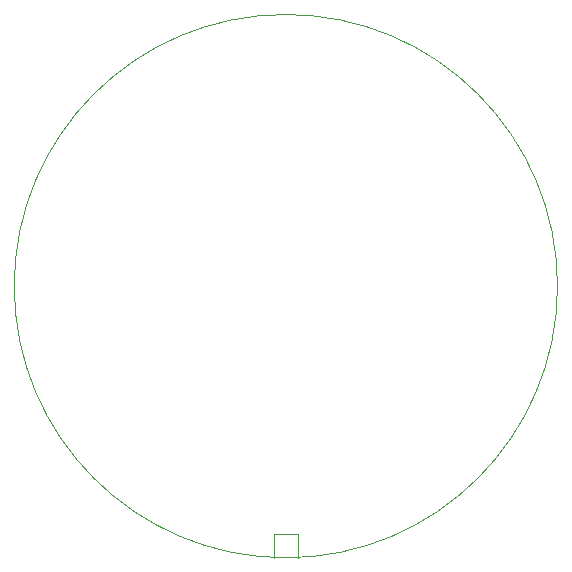
<source format=gbr>
%TF.GenerationSoftware,KiCad,Pcbnew,8.0.5*%
%TF.CreationDate,2025-04-26T14:04:24+02:00*%
%TF.ProjectId,vlvts_top,766c7674-735f-4746-9f70-2e6b69636164,rev?*%
%TF.SameCoordinates,Original*%
%TF.FileFunction,Profile,NP*%
%FSLAX46Y46*%
G04 Gerber Fmt 4.6, Leading zero omitted, Abs format (unit mm)*
G04 Created by KiCad (PCBNEW 8.0.5) date 2025-04-26 14:04:24*
%MOMM*%
%LPD*%
G01*
G04 APERTURE LIST*
%TA.AperFunction,Profile*%
%ADD10C,0.100000*%
%TD*%
G04 APERTURE END LIST*
D10*
X102000000Y-100000000D02*
G75*
G02*
X56000000Y-100000000I-23000000J0D01*
G01*
X56000000Y-100000000D02*
G75*
G02*
X102000000Y-100000000I23000000J0D01*
G01*
X78000000Y-121000000D02*
X80000000Y-121000000D01*
X78000000Y-123000000D02*
X78000000Y-121000000D01*
X80000000Y-121000000D02*
X80000000Y-123000000D01*
M02*

</source>
